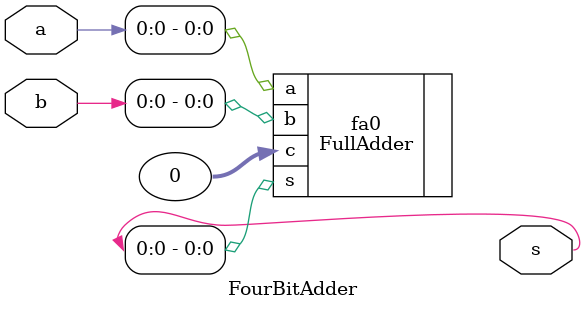
<source format=v>
module FourBitAdder(
input [3:0] a,
input [3:0] b,
output [4:0] s
);
wire c0, c1, c2, c3;

FullAdder fa0(.a(a[0]), .b(b[0]), .c(0), .s(s[0]));


endmodule
</source>
